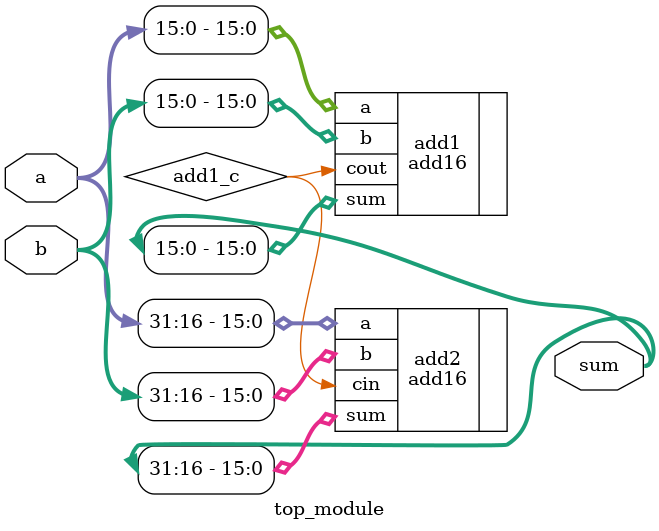
<source format=v>
module top_module(
    input [31:0] a,
    input [31:0] b,
    output [31:0] sum
);
    wire add1_c;
    add16 add1(.a(a[15:0]),.b(b[15:0]),.cout(add1_c),.sum(sum[15:0]));
    add16 add2(.a(a[31:16]),.b(b[31:16]),.cin(add1_c),.sum(sum[31:16]));
endmodule

</source>
